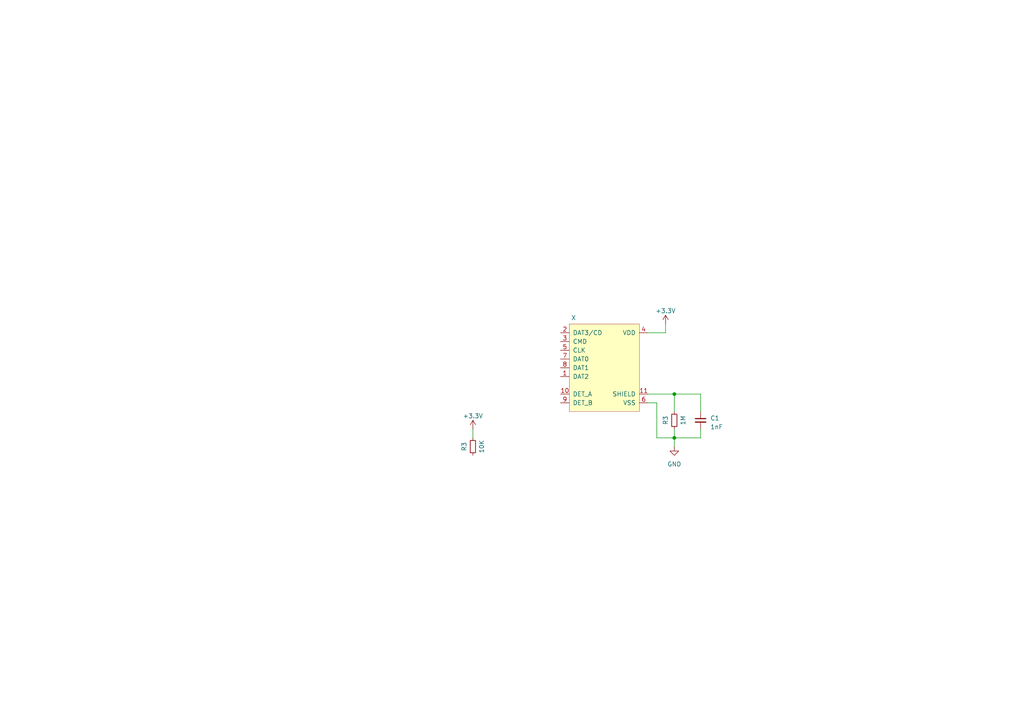
<source format=kicad_sch>
(kicad_sch (version 20230121) (generator eeschema)
  (paper "A4")
  (lib_symbols
    (symbol "Device:C_Small" (pin_numbers hide) (pin_names (offset 0.254) hide)
      (property "Reference" "C" (at 0.254 1.778 0))
      (property "Value" "C_Small" (at 0.254 -2.032 0))
      (symbol "C_Small_0_1"
        (polyline (pts (xy -1.524 -0.508) (xy 1.524 -0.508)) (stroke (width 0.3302)))
        (polyline (pts (xy -1.524 0.508) (xy 1.524 0.508)) (stroke (width 0.3048)))
      )
      (symbol "C_Small_1_1"
        (pin passive line (at 0 2.54 270) (length 2.032) (name "~") (number "1"))
        (pin passive line (at 0 -2.54 90) (length 2.032) (name "~") (number "2"))
      )
    )
    (symbol "Device:R_Small" (pin_numbers hide) (pin_names (offset 0.254) hide)
      (property "Reference" "R" (at 0.762 0.508 0))
      (property "Value" "R_Small" (at 0.762 -1.016 0))
      (symbol "R_Small_0_1"
        (rectangle (start -0.762 1.778) (end 0.762 -1.778) (stroke (width 0.2032)))
      )
      (symbol "R_Small_1_1"
        (pin passive line (at 0 2.54 270) (length 0.762) (name "~") (number "1"))
        (pin passive line (at 0 -2.54 90) (length 0.762) (name "~") (number "2"))
      )
    )
    (symbol "db-sdcard:Micro_SD_Card_Det" (pin_names (offset 1.016))
      (property "Reference" "J" (at 8.89 13.97 0))
      (property "Value" "Micro_SD_Card_Det" (at 0 -13.97 0))
      (symbol "Micro_SD_Card_Det_0_1"
        (rectangle (start -10.16 12.7) (end 10.16 -12.7) (stroke (width 0.001)) (fill (type background)))
      )
      (symbol "Micro_SD_Card_Det_1_1"
        (pin bidirectional line (at 12.7 -2.54 180) (length 2.54) (name "DAT2") (number "1"))
        (pin passive line (at 12.7 -7.62 180) (length 2.54) (name "DET_A") (number "10"))
        (pin passive line (at -12.7 -7.62 0) (length 2.54) (name "SHIELD") (number "11"))
        (pin bidirectional line (at 12.7 10.16 180) (length 2.54) (name "DAT3/CD") (number "2"))
        (pin input line (at 12.7 7.62 180) (length 2.54) (name "CMD") (number "3"))
        (pin power_in line (at -12.7 10.16 0) (length 2.54) (name "VDD") (number "4"))
        (pin input line (at 12.7 5.08 180) (length 2.54) (name "CLK") (number "5"))
        (pin power_in line (at -12.7 -10.16 0) (length 2.54) (name "VSS") (number "6"))
        (pin bidirectional line (at 12.7 2.54 180) (length 2.54) (name "DAT0") (number "7"))
        (pin bidirectional line (at 12.7 0 180) (length 2.54) (name "DAT1") (number "8"))
        (pin passive line (at 12.7 -10.16 180) (length 2.54) (name "DET_B") (number "9"))
      )
    )
    (symbol "power:+3.3V" (power) (pin_names (offset 0))
      (property "Value" "+3.3V" (at 0 3.556 0))
      (symbol "+3.3V_0_1"
        (polyline (pts (xy -0.762 1.27) (xy 0 2.54)))
        (polyline (pts (xy 0 0) (xy 0 2.54)))
        (polyline (pts (xy 0 2.54) (xy 0.762 1.27)))
      )
      (symbol "+3.3V_1_1"
        (pin power_in line (at 0 0 90) (length 0) hide (name "+3.3V") (number "1"))
      )
    )
    (symbol "power:GND" (power) (pin_names (offset 0))
      (property "Value" "GND" (at 0 -3.81 0))
      (symbol "GND_0_1"
        (polyline (pts (xy 0 0) (xy 0 -1.27) (xy 1.27 -1.27) (xy 0 -2.54) (xy -1.27 -1.27) (xy 0 -1.27)))
      )
      (symbol "GND_1_1"
        (pin power_in line (at 0 0 270) (length 0) hide (name "GND") (number "1"))
      )
    )
  )
  (junction (at 195.58 127))
  (junction (at 195.58 114.3))
  (wire (pts (xy 137.16 124.46) (xy 137.16 127)))
  (wire (pts (xy 187.96 96.52) (xy 193.04 96.52)))
  (wire (pts (xy 195.58 127) (xy 190.5 127)))
  (wire (pts (xy 203.2 124.46) (xy 203.2 127)))
  (wire (pts (xy 193.04 93.98) (xy 193.04 96.52)))
  (wire (pts (xy 195.58 124.46) (xy 195.58 127)))
  (wire (pts (xy 195.58 127) (xy 195.58 129.54)))
  (wire (pts (xy 187.96 116.84) (xy 190.5 116.84)))
  (wire (pts (xy 203.2 114.3) (xy 203.2 119.38)))
  (wire (pts (xy 190.5 116.84) (xy 190.5 127)))
  (wire (pts (xy 195.58 114.3) (xy 203.2 114.3)))
  (wire (pts (xy 195.58 119.38) (xy 195.58 114.3)))
  (wire (pts (xy 195.58 114.3) (xy 187.96 114.3)))
  (wire (pts (xy 203.2 127) (xy 195.58 127)))
  (symbol (lib_id "power:+3.3V") (at 193.04 93.98 0) (unit 1)
    (property "Reference" "#PWR02" (effects hide))
    (property "Value" "+3.3V" (at 193.04 90.17 0))
    (instances (project "d3vk1t" (path "" (reference "#PWR02") (unit 1)) (path "" (reference "#PWR014") (unit 1)) (path "" (reference "#PWR027") (unit 1))))
  )
  (symbol (lib_id "power:+3.3V") (at 137.16 124.46 0) (unit 1)
    (property "Reference" "#PWR02" (effects hide))
    (property "Value" "+3.3V" (at 137.16 120.65 0))
    (instances (project "d3vk1t" (path "" (reference "#PWR02") (unit 1)) (path "" (reference "#PWR012") (unit 1)) (path "" (reference "#PWR050") (unit 1))))
  )
  (symbol (lib_id "db-sdcard:Micro_SD_Card_Det") (at 175.26 106.68 0) (mirror y) (unit 1)
    (property "Reference" "X" (at 166.37 92.202 0))
    (property "Value" "Micro_SD_Card_Det" (effects hide))
    (property "Footprint" "db:microSD_SOFNG_TF-015" (effects hide))
    (property "Datasheet" "https://www.hirose.com/product/en/download_file/key_name/DM3/category/Catalog/doc_file_id/49662/?file_category_id=4&item_id=195&is_series=1" (effects hide))
  )
  (symbol (lib_id "Device:C_Small") (at 203.2 121.92 0) (unit 1)
    (property "Reference" "C1" (at 205.994 121.2913 0) (effects (justify left)))
    (property "Value" "1nF" (at 205.994 123.8313 0) (effects (justify left)))
    (property "Footprint" "Capacitor_SMD:C_1206_3216Metric" (effects hide))
    (instances (project "d3vk1t" (path "" (reference "C1") (unit 1)) (path "" (reference "C12") (unit 1)) (path "" (reference "C13") (unit 1)) (path "" (reference "C14") (unit 1))))
  )
  (symbol (lib_id "power:GND") (at 195.58 129.54 0) (unit 1)
    (property "Reference" "#PWR026" (effects hide))
    (property "Value" "GND" (at 195.58 134.62 0))
  )
  (symbol (lib_id "Device:R_Small") (at 137.16 129.54 180) (unit 1)
    (property "Reference" "R3" (at 134.62 129.54 90))
    (property "Value" "10K" (at 139.7 129.54 90))
    (property "Footprint" "Resistor_SMD:R_0402_1005Metric" (effects hide))
    (instances (project "d3vk1t" (path "" (reference "R3") (unit 1)) (path "" (reference "R15") (unit 1))))
  )
  (symbol (lib_id "Device:R_Small") (at 195.58 121.92 180) (unit 1)
    (property "Reference" "R3" (at 193.04 121.92 90))
    (property "Value" "1M" (at 198.12 121.92 90))
    (property "Footprint" "Resistor_SMD:R_1206_3216Metric" (effects hide))
    (instances (project "d3vk1t" (path "" (reference "R3") (unit 1)) (path "" (reference "R6") (unit 1)) (path "" (reference "R9") (unit 1))))
  )
)
</source>
